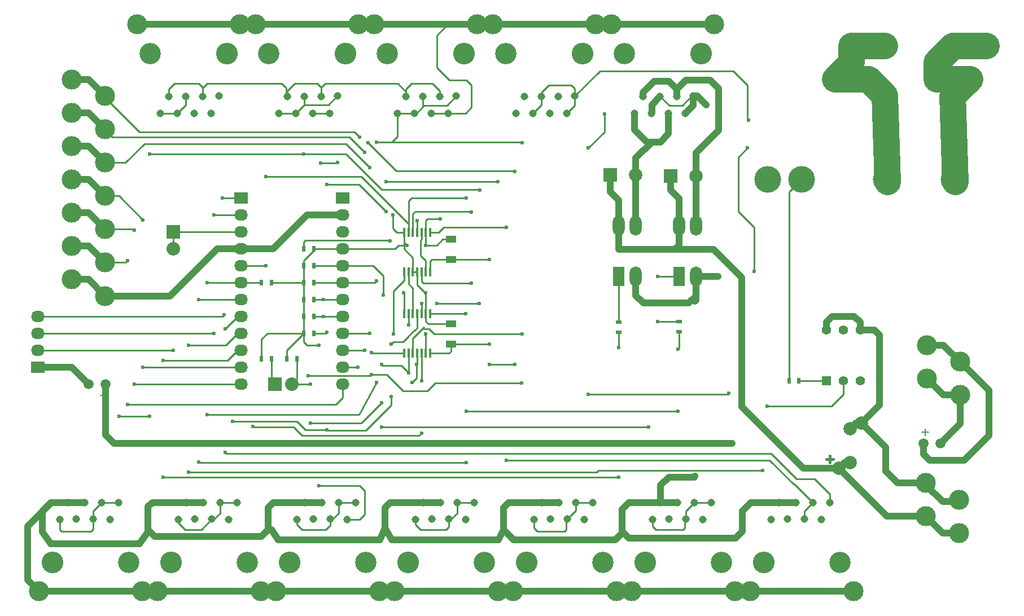
<source format=gbr>
G04 #@! TF.FileFunction,Copper,L1,Top,Signal*
%FSLAX46Y46*%
G04 Gerber Fmt 4.6, Leading zero omitted, Abs format (unit mm)*
G04 Created by KiCad (PCBNEW (2015-05-13 BZR 5653)-product) date Sun 07 Jun 2015 11:31:40 AM CEST*
%MOMM*%
G01*
G04 APERTURE LIST*
%ADD10C,0.100000*%
%ADD11C,0.150000*%
%ADD12C,0.381000*%
%ADD13C,3.000000*%
%ADD14R,2.032000X2.032000*%
%ADD15O,2.032000X2.032000*%
%ADD16R,2.032000X1.727200*%
%ADD17O,2.032000X1.727200*%
%ADD18C,3.251200*%
%ADD19C,3.200400*%
%ADD20C,1.143000*%
%ADD21C,1.501140*%
%ADD22C,1.998980*%
%ADD23R,1.600000X1.000000*%
%ADD24R,1.998980X1.998980*%
%ADD25R,0.450000X1.450000*%
%ADD26R,1.397000X1.397000*%
%ADD27C,1.397000*%
%ADD28R,0.500000X0.900000*%
%ADD29R,0.900000X0.500000*%
%ADD30R,1.800000X3.000000*%
%ADD31O,1.800000X3.000000*%
%ADD32C,4.000000*%
%ADD33C,0.600000*%
%ADD34C,1.000000*%
%ADD35C,0.250000*%
%ADD36C,4.000000*%
G04 APERTURE END LIST*
D10*
D11*
X124190760Y-85519260D02*
X123690380Y-85519260D01*
X124190760Y-85519260D02*
X124190760Y-86019640D01*
X124691140Y-85519260D02*
X124190760Y-85519260D01*
X124190760Y-85519260D02*
X124190760Y-85120480D01*
X124190760Y-85120480D02*
X124190760Y-85018880D01*
X247411240Y-91010740D02*
X247911620Y-91010740D01*
X247411240Y-91010740D02*
X247411240Y-90510360D01*
X246910860Y-91010740D02*
X247411240Y-91010740D01*
X247411240Y-91010740D02*
X247411240Y-91409520D01*
X247411240Y-91409520D02*
X247411240Y-91511120D01*
D12*
X232537000Y-95123000D02*
X233553000Y-95123000D01*
X233045000Y-95631000D02*
X233045000Y-94615000D01*
D13*
X247474740Y-98672640D03*
X252476000Y-101172000D03*
X252476000Y-106172000D03*
X247474740Y-103672640D03*
D14*
X149860000Y-83820000D03*
D15*
X152400000Y-83820000D03*
D16*
X160020000Y-55880000D03*
D17*
X160020000Y-58420000D03*
X160020000Y-60960000D03*
X160020000Y-63500000D03*
X160020000Y-66040000D03*
X160020000Y-68580000D03*
X160020000Y-71120000D03*
X160020000Y-73660000D03*
X160020000Y-76200000D03*
X160020000Y-78740000D03*
X160020000Y-81280000D03*
X160020000Y-83820000D03*
D16*
X144780000Y-55880000D03*
D17*
X144780000Y-58420000D03*
X144780000Y-60960000D03*
X144780000Y-63500000D03*
X144780000Y-66040000D03*
X144780000Y-68580000D03*
X144780000Y-71120000D03*
X144780000Y-73660000D03*
X144780000Y-76200000D03*
X144780000Y-78740000D03*
X144780000Y-81280000D03*
X144780000Y-83820000D03*
D18*
X213741000Y-34188400D03*
D19*
X202285600Y-34188400D03*
D20*
X205079600Y-40640000D03*
X207619600Y-40665400D03*
X210134200Y-40665400D03*
X212608160Y-40622220D03*
X203809600Y-43180000D03*
X206349600Y-43180000D03*
X208864200Y-43180000D03*
X211429600Y-43180000D03*
D13*
X215741000Y-29840000D03*
X200280000Y-29840000D03*
D14*
X134620000Y-60960000D03*
D15*
X134620000Y-63500000D03*
D21*
X121920000Y-83820000D03*
X124460000Y-83820000D03*
X249682000Y-92710000D03*
X247142000Y-92710000D03*
D22*
X237792260Y-89689940D03*
X234393740Y-96492060D03*
X236093000Y-90551000D03*
X236093000Y-95631000D03*
D23*
X176276000Y-62127000D03*
X176276000Y-65127000D03*
X176276000Y-74827000D03*
X176276000Y-77827000D03*
D18*
X142621000Y-34188400D03*
D19*
X131165600Y-34188400D03*
D20*
X133959600Y-40640000D03*
X136499600Y-40665400D03*
X139014200Y-40665400D03*
X141488160Y-40622220D03*
X132689600Y-43180000D03*
X135229600Y-43180000D03*
X137744200Y-43180000D03*
X140309600Y-43180000D03*
D13*
X144621000Y-29840000D03*
X129160000Y-29840000D03*
D22*
X212979000Y-52578000D03*
D24*
X209169000Y-52578000D03*
D22*
X203962000Y-52451000D03*
D24*
X200152000Y-52451000D03*
D18*
X116459000Y-110591600D03*
D19*
X127914400Y-110591600D03*
D20*
X125120400Y-104140000D03*
X122580400Y-104114600D03*
X120065800Y-104114600D03*
X117591840Y-104157780D03*
X126390400Y-101600000D03*
X123850400Y-101600000D03*
X121335800Y-101600000D03*
X118770400Y-101600000D03*
D13*
X114459000Y-114940000D03*
X129920000Y-114940000D03*
D18*
X134239000Y-110591600D03*
D19*
X145694400Y-110591600D03*
D20*
X142900400Y-104140000D03*
X140360400Y-104114600D03*
X137845800Y-104114600D03*
X135371840Y-104157780D03*
X144170400Y-101600000D03*
X141630400Y-101600000D03*
X139115800Y-101600000D03*
X136550400Y-101600000D03*
D13*
X132239000Y-114940000D03*
X147700000Y-114940000D03*
D18*
X195961000Y-34188400D03*
D19*
X184505600Y-34188400D03*
D20*
X187299600Y-40640000D03*
X189839600Y-40665400D03*
X192354200Y-40665400D03*
X194828160Y-40622220D03*
X186029600Y-43180000D03*
X188569600Y-43180000D03*
X191084200Y-43180000D03*
X193649600Y-43180000D03*
D13*
X197961000Y-29840000D03*
X182500000Y-29840000D03*
D25*
X169246000Y-79150000D03*
X169896000Y-79150000D03*
X170546000Y-79150000D03*
X171196000Y-79150000D03*
X171846000Y-79150000D03*
X172496000Y-79150000D03*
X173146000Y-79150000D03*
X173146000Y-73250000D03*
X172496000Y-73250000D03*
X171846000Y-73250000D03*
X171196000Y-73250000D03*
X170546000Y-73250000D03*
X169896000Y-73250000D03*
X169246000Y-73250000D03*
X169246000Y-66958000D03*
X169896000Y-66958000D03*
X170546000Y-66958000D03*
X171196000Y-66958000D03*
X171846000Y-66958000D03*
X172496000Y-66958000D03*
X173146000Y-66958000D03*
X173146000Y-61058000D03*
X172496000Y-61058000D03*
X171846000Y-61058000D03*
X171196000Y-61058000D03*
X170546000Y-61058000D03*
X169896000Y-61058000D03*
X169246000Y-61058000D03*
D18*
X223139000Y-110591600D03*
D19*
X234594400Y-110591600D03*
D20*
X231800400Y-104140000D03*
X229260400Y-104114600D03*
X226745800Y-104114600D03*
X224271840Y-104157780D03*
X233070400Y-101600000D03*
X230530400Y-101600000D03*
X228015800Y-101600000D03*
X225450400Y-101600000D03*
D13*
X221139000Y-114940000D03*
X236600000Y-114940000D03*
X249040640Y-38021260D03*
X251540000Y-33020000D03*
X256540000Y-33020000D03*
X254040640Y-38021260D03*
X233800640Y-38021260D03*
X236300000Y-33020000D03*
X241300000Y-33020000D03*
X238800640Y-38021260D03*
X247601740Y-77971640D03*
X252603000Y-80471000D03*
X252603000Y-85471000D03*
X247601740Y-82971640D03*
D26*
X232537000Y-83312000D03*
D27*
X235077000Y-83312000D03*
X237617000Y-83312000D03*
X237617000Y-75692000D03*
X235077000Y-75692000D03*
X232537000Y-75692000D03*
D28*
X154190000Y-73660000D03*
X155690000Y-73660000D03*
X154190000Y-71120000D03*
X155690000Y-71120000D03*
X154190000Y-68580000D03*
X155690000Y-68580000D03*
X155690000Y-66040000D03*
X154190000Y-66040000D03*
X147840000Y-80010000D03*
X149340000Y-80010000D03*
X151650000Y-80010000D03*
X153150000Y-80010000D03*
X149340000Y-68580000D03*
X147840000Y-68580000D03*
X154190000Y-76200000D03*
X155690000Y-76200000D03*
X155690000Y-63500000D03*
X154190000Y-63500000D03*
D29*
X210439000Y-74434000D03*
X210439000Y-75934000D03*
X201422000Y-74561000D03*
X201422000Y-76061000D03*
D28*
X226961000Y-83312000D03*
X228461000Y-83312000D03*
D16*
X114300000Y-81280000D03*
D17*
X114300000Y-78740000D03*
X114300000Y-76200000D03*
X114300000Y-73660000D03*
D13*
X119380000Y-68100000D03*
X124381260Y-70599360D03*
X124381260Y-65599360D03*
X119380000Y-63100000D03*
X119380000Y-58100000D03*
X124381260Y-60599360D03*
X124381260Y-55599360D03*
X119380000Y-53100000D03*
X119380000Y-48100000D03*
X124381260Y-50599360D03*
X124381260Y-45599360D03*
X119380000Y-43100000D03*
X119380000Y-38100000D03*
X124381260Y-40599360D03*
D18*
X152019000Y-110591600D03*
D19*
X163474400Y-110591600D03*
D20*
X160680400Y-104140000D03*
X158140400Y-104114600D03*
X155625800Y-104114600D03*
X153151840Y-104157780D03*
X161950400Y-101600000D03*
X159410400Y-101600000D03*
X156895800Y-101600000D03*
X154330400Y-101600000D03*
D13*
X150019000Y-114940000D03*
X165480000Y-114940000D03*
D18*
X169799000Y-110591600D03*
D19*
X181254400Y-110591600D03*
D20*
X178460400Y-104140000D03*
X175920400Y-104114600D03*
X173405800Y-104114600D03*
X170931840Y-104157780D03*
X179730400Y-101600000D03*
X177190400Y-101600000D03*
X174675800Y-101600000D03*
X172110400Y-101600000D03*
D13*
X167799000Y-114940000D03*
X183260000Y-114940000D03*
D18*
X178181000Y-34188400D03*
D19*
X166725600Y-34188400D03*
D20*
X169519600Y-40640000D03*
X172059600Y-40665400D03*
X174574200Y-40665400D03*
X177048160Y-40622220D03*
X168249600Y-43180000D03*
X170789600Y-43180000D03*
X173304200Y-43180000D03*
X175869600Y-43180000D03*
D13*
X180181000Y-29840000D03*
X164720000Y-29840000D03*
D18*
X160401000Y-34188400D03*
D19*
X148945600Y-34188400D03*
D20*
X151739600Y-40640000D03*
X154279600Y-40665400D03*
X156794200Y-40665400D03*
X159268160Y-40622220D03*
X150469600Y-43180000D03*
X153009600Y-43180000D03*
X155524200Y-43180000D03*
X158089600Y-43180000D03*
D13*
X162401000Y-29840000D03*
X146940000Y-29840000D03*
D18*
X187579000Y-110591600D03*
D19*
X199034400Y-110591600D03*
D20*
X196240400Y-104140000D03*
X193700400Y-104114600D03*
X191185800Y-104114600D03*
X188711840Y-104157780D03*
X197510400Y-101600000D03*
X194970400Y-101600000D03*
X192455800Y-101600000D03*
X189890400Y-101600000D03*
D13*
X185579000Y-114940000D03*
X201040000Y-114940000D03*
D18*
X205359000Y-110591600D03*
D19*
X216814400Y-110591600D03*
D20*
X214020400Y-104140000D03*
X211480400Y-104114600D03*
X208965800Y-104114600D03*
X206491840Y-104157780D03*
X215290400Y-101600000D03*
X212750400Y-101600000D03*
X210235800Y-101600000D03*
X207670400Y-101600000D03*
D13*
X203359000Y-114940000D03*
X218820000Y-114940000D03*
D30*
X210439000Y-67691000D03*
D31*
X212979000Y-67691000D03*
X212979000Y-60071000D03*
X210439000Y-60071000D03*
D30*
X201422000Y-67691000D03*
D31*
X203962000Y-67691000D03*
X203962000Y-60071000D03*
X201422000Y-60071000D03*
D32*
X251714000Y-53086000D03*
X241554000Y-53086000D03*
X228854000Y-53086000D03*
X223774000Y-53086000D03*
D33*
X212852000Y-97663000D03*
X212852000Y-71374000D03*
X162401000Y-29840000D03*
X181991000Y-77851000D03*
X181991000Y-65151000D03*
X216281000Y-67691000D03*
X214503000Y-41910000D03*
X186817000Y-83693000D03*
X154813000Y-82550000D03*
X164338000Y-82423000D03*
X164338000Y-79121000D03*
X165862000Y-90297000D03*
X205867000Y-90297000D03*
X155194000Y-83820000D03*
X155194000Y-89662000D03*
X165862000Y-86614000D03*
X169926000Y-74930000D03*
X207264000Y-74422000D03*
X207264000Y-67691000D03*
X156464000Y-99060000D03*
X156464000Y-77978000D03*
X167513000Y-58420000D03*
X169672000Y-62992000D03*
X172466000Y-62992000D03*
X172466000Y-70104000D03*
X169164000Y-70104000D03*
X174625000Y-59055000D03*
X165862000Y-80899000D03*
X166116000Y-70485000D03*
X157607000Y-53848000D03*
X169926000Y-82169000D03*
X183261000Y-53467000D03*
X166497000Y-53467000D03*
X166497000Y-57912000D03*
X186944000Y-47625000D03*
X186944000Y-76327000D03*
X165100000Y-68326000D03*
X165100000Y-47498000D03*
X170434000Y-83566000D03*
X156718000Y-50673000D03*
X159258000Y-50546000D03*
X163830000Y-47625000D03*
X185801000Y-51943000D03*
X185801000Y-80899000D03*
X181991000Y-80899000D03*
X171069000Y-80899000D03*
X157099000Y-71120000D03*
X171831000Y-91186000D03*
X171831000Y-83312000D03*
X146558000Y-90170000D03*
X157099000Y-73660000D03*
X164084000Y-76200000D03*
X164084000Y-51308000D03*
X163322000Y-78740000D03*
X163322000Y-49022000D03*
X162306000Y-81280000D03*
X162560000Y-46736000D03*
X127762000Y-86868000D03*
X127762000Y-65278000D03*
X141986000Y-55880000D03*
X142240000Y-73406000D03*
X140716000Y-58420000D03*
X140716000Y-76200000D03*
X134620000Y-78740000D03*
X148463000Y-66040000D03*
X148463000Y-52705000D03*
X178435000Y-73279000D03*
X178562000Y-55880000D03*
X139700000Y-88392000D03*
X165100000Y-83566000D03*
X171196000Y-59309000D03*
X139700000Y-68580000D03*
X210312000Y-78613000D03*
X210312000Y-87884000D03*
X178562000Y-87884000D03*
X178562000Y-95631000D03*
X138430000Y-95504000D03*
X138430000Y-71120000D03*
X142367000Y-75565000D03*
X142367000Y-94107000D03*
X223012000Y-96774000D03*
X136906000Y-97028000D03*
X136906000Y-77978000D03*
X133096000Y-80264000D03*
X133096000Y-97790000D03*
X201422000Y-97790000D03*
X201422000Y-78359000D03*
X130048000Y-81280000D03*
X130048000Y-59182000D03*
X128778000Y-83820000D03*
X128778000Y-60706000D03*
X218440000Y-92710000D03*
X220853000Y-44196000D03*
X220726000Y-48387000D03*
X221742000Y-66929000D03*
X167132000Y-62357000D03*
X180594000Y-54737000D03*
X180467000Y-71755000D03*
X174117000Y-71755000D03*
X171831000Y-71755000D03*
X154178000Y-49276000D03*
X131064000Y-49276000D03*
X131064000Y-88646000D03*
X126492000Y-88646000D03*
X143510000Y-89408000D03*
X167259000Y-77851000D03*
X167259000Y-85725000D03*
X157607000Y-90678000D03*
X157607000Y-76073000D03*
X199263000Y-43307000D03*
X196850000Y-48387000D03*
X196850000Y-85344000D03*
X217932000Y-85217000D03*
X223647000Y-87122000D03*
X172466000Y-76327000D03*
X167640000Y-76327000D03*
X179324000Y-58039000D03*
X179324000Y-68707000D03*
X184531000Y-95250000D03*
X184531000Y-60325000D03*
D34*
X212852000Y-97663000D02*
X212725000Y-97790000D01*
X212725000Y-97790000D02*
X208915000Y-97790000D01*
X208915000Y-97790000D02*
X207670400Y-99034600D01*
X207670400Y-99034600D02*
X207670400Y-101600000D01*
X212979000Y-71247000D02*
X212852000Y-71374000D01*
X212979000Y-67691000D02*
X212979000Y-71247000D01*
X225450400Y-101600000D02*
X228015800Y-101600000D01*
X201930000Y-106172000D02*
X202184000Y-106172000D01*
X221234000Y-101600000D02*
X225450400Y-101600000D01*
X219964000Y-102870000D02*
X221234000Y-101600000D01*
X219964000Y-105918000D02*
X219964000Y-102870000D01*
X218948000Y-106934000D02*
X219964000Y-105918000D01*
X202946000Y-106934000D02*
X218948000Y-106934000D01*
X202184000Y-106172000D02*
X202946000Y-106934000D01*
X189890400Y-101600000D02*
X192455800Y-101600000D01*
X207670400Y-101600000D02*
X210235800Y-101600000D01*
X184150000Y-105664000D02*
X185674000Y-107188000D01*
X202946000Y-101600000D02*
X207670400Y-101600000D01*
X201930000Y-102616000D02*
X202946000Y-101600000D01*
X201930000Y-106172000D02*
X201930000Y-102616000D01*
X200914000Y-107188000D02*
X201930000Y-106172000D01*
X185674000Y-107188000D02*
X200914000Y-107188000D01*
D35*
X221139000Y-113697000D02*
X221139000Y-114940000D01*
D34*
X221139000Y-114940000D02*
X236600000Y-114940000D01*
X146940000Y-29840000D02*
X144621000Y-29840000D01*
X164720000Y-29840000D02*
X162401000Y-29840000D01*
X144621000Y-29840000D02*
X129160000Y-29840000D01*
X162401000Y-29840000D02*
X146940000Y-29840000D01*
D35*
X162401000Y-29840000D02*
X164720000Y-29840000D01*
X155524200Y-43180000D02*
X158089600Y-43180000D01*
X176276000Y-65127000D02*
X181967000Y-65127000D01*
X181967000Y-77827000D02*
X176276000Y-77827000D01*
X181991000Y-77851000D02*
X181967000Y-77827000D01*
X181967000Y-65127000D02*
X181991000Y-65151000D01*
X173146000Y-79150000D02*
X175993000Y-79150000D01*
X175993000Y-79150000D02*
X176276000Y-78867000D01*
X176276000Y-78867000D02*
X176276000Y-77827000D01*
X176276000Y-65127000D02*
X173379000Y-65127000D01*
X173146000Y-65360000D02*
X173146000Y-66958000D01*
X173379000Y-65127000D02*
X173146000Y-65360000D01*
D34*
X165480000Y-114940000D02*
X167799000Y-114940000D01*
D35*
X154178000Y-101447600D02*
X154330400Y-101600000D01*
X180181000Y-29840000D02*
X175773000Y-29840000D01*
X175773000Y-29840000D02*
X174117000Y-31496000D01*
X174117000Y-31496000D02*
X174117000Y-36322000D01*
X174117000Y-36322000D02*
X176022000Y-38227000D01*
X176022000Y-38227000D02*
X178562000Y-38227000D01*
X178562000Y-38227000D02*
X179324000Y-38989000D01*
X179324000Y-38989000D02*
X179324000Y-42291000D01*
X179324000Y-42291000D02*
X178435000Y-43180000D01*
X178435000Y-43180000D02*
X175869600Y-43180000D01*
X173304200Y-43180000D02*
X175869600Y-43180000D01*
D34*
X180181000Y-29840000D02*
X164720000Y-29840000D01*
X150019000Y-114940000D02*
X165480000Y-114940000D01*
X167799000Y-114940000D02*
X183260000Y-114940000D01*
D35*
X172085000Y-101574600D02*
X172110400Y-101600000D01*
D34*
X180181000Y-29840000D02*
X182500000Y-29840000D01*
X183260000Y-114940000D02*
X185579000Y-114940000D01*
X182500000Y-29840000D02*
X197961000Y-29840000D01*
X124381260Y-70599360D02*
X134124640Y-70599360D01*
X141224000Y-63500000D02*
X144780000Y-63500000D01*
X134124640Y-70599360D02*
X141224000Y-63500000D01*
X144780000Y-63500000D02*
X149606000Y-63500000D01*
X149606000Y-63500000D02*
X154686000Y-58420000D01*
X154686000Y-58420000D02*
X160020000Y-58420000D01*
X247474740Y-98672640D02*
X243198640Y-98672640D01*
X241427000Y-93324680D02*
X237792260Y-89689940D01*
X241427000Y-96901000D02*
X241427000Y-93324680D01*
X243198640Y-98672640D02*
X241427000Y-96901000D01*
X212979000Y-67691000D02*
X216281000Y-67691000D01*
X114300000Y-81280000D02*
X119380000Y-81280000D01*
X119380000Y-81280000D02*
X121920000Y-83820000D01*
X119380000Y-68100000D02*
X121881900Y-68100000D01*
X121881900Y-68100000D02*
X124381260Y-70599360D01*
D35*
X203359000Y-113824000D02*
X203359000Y-114940000D01*
D34*
X218820000Y-114940000D02*
X221139000Y-114940000D01*
X201040000Y-114940000D02*
X203359000Y-114940000D01*
X203359000Y-114940000D02*
X218820000Y-114940000D01*
X147700000Y-114940000D02*
X150019000Y-114940000D01*
X129920000Y-114940000D02*
X132239000Y-114940000D01*
X114459000Y-114940000D02*
X129920000Y-114940000D01*
X132239000Y-114940000D02*
X147700000Y-114940000D01*
X185579000Y-114940000D02*
X201040000Y-114940000D01*
D35*
X136398000Y-101447600D02*
X136550400Y-101600000D01*
X189992000Y-101498400D02*
X189890400Y-101600000D01*
D34*
X236954060Y-89689940D02*
X236093000Y-90551000D01*
X237792260Y-89689940D02*
X236954060Y-89689940D01*
X206375000Y-43154600D02*
X206349600Y-43180000D01*
X206375000Y-41910000D02*
X206375000Y-43154600D01*
X207619600Y-40665400D02*
X206375000Y-41910000D01*
X212608160Y-42001440D02*
X211429600Y-43180000D01*
X212608160Y-40622220D02*
X212608160Y-42001440D01*
D35*
X210947000Y-42037000D02*
X208991200Y-42037000D01*
X208991200Y-42037000D02*
X207619600Y-40665400D01*
X212361780Y-40622220D02*
X210947000Y-42037000D01*
X212608160Y-40622220D02*
X212361780Y-40622220D01*
D34*
X213215220Y-40622220D02*
X214503000Y-41910000D01*
X212608160Y-40622220D02*
X213215220Y-40622220D01*
X239725200Y-75692000D02*
X240538000Y-76504800D01*
X240538000Y-76504800D02*
X240538000Y-86944200D01*
X240538000Y-86944200D02*
X237792260Y-89689940D01*
X237617000Y-75692000D02*
X239725200Y-75692000D01*
X237617000Y-74549000D02*
X236728000Y-73660000D01*
X236728000Y-73660000D02*
X233426000Y-73660000D01*
X233426000Y-73660000D02*
X232537000Y-74549000D01*
X232537000Y-74549000D02*
X232537000Y-75692000D01*
X237617000Y-75692000D02*
X237617000Y-74549000D01*
X212979000Y-70637400D02*
X211937600Y-71678800D01*
X211937600Y-71678800D02*
X205130400Y-71678800D01*
X205130400Y-71678800D02*
X203962000Y-70510400D01*
X203962000Y-70510400D02*
X203962000Y-67691000D01*
X212979000Y-67691000D02*
X212979000Y-70637400D01*
X200280000Y-29840000D02*
X215741000Y-29840000D01*
X197961000Y-29840000D02*
X200280000Y-29840000D01*
X249974100Y-101473000D02*
X247474740Y-98973640D01*
X252476000Y-101473000D02*
X249974100Y-101473000D01*
X116205000Y-101600000D02*
X114935000Y-102870000D01*
X114935000Y-102870000D02*
X114935000Y-106045000D01*
X114935000Y-106045000D02*
X116205000Y-107823000D01*
X116205000Y-107823000D02*
X129540000Y-107823000D01*
X129540000Y-107823000D02*
X130810000Y-106045000D01*
X130810000Y-105918000D02*
X130810000Y-102235000D01*
X130810000Y-106045000D02*
X130810000Y-105918000D01*
X130810000Y-102235000D02*
X131445000Y-101600000D01*
X131445000Y-101600000D02*
X136550400Y-101600000D01*
X118770400Y-101600000D02*
X116205000Y-101600000D01*
X131064000Y-105918000D02*
X131826000Y-106680000D01*
X131826000Y-106680000D02*
X147828000Y-106680000D01*
X147828000Y-106680000D02*
X148844000Y-105664000D01*
X148844000Y-105664000D02*
X148844000Y-102362000D01*
X148844000Y-102362000D02*
X149606000Y-101600000D01*
X149606000Y-101600000D02*
X154330400Y-101600000D01*
X130810000Y-105918000D02*
X131064000Y-105918000D01*
X149352000Y-105664000D02*
X150368000Y-107188000D01*
X150368000Y-107188000D02*
X165608000Y-107188000D01*
X165608000Y-107188000D02*
X166370000Y-105410000D01*
X166370000Y-105410000D02*
X166370000Y-102362000D01*
X166370000Y-102362000D02*
X167132000Y-101600000D01*
X167132000Y-101600000D02*
X172110400Y-101600000D01*
X148844000Y-105664000D02*
X149352000Y-105664000D01*
X167386000Y-107188000D02*
X183388000Y-107188000D01*
X183388000Y-107188000D02*
X184150000Y-105664000D01*
X184150000Y-105664000D02*
X184150000Y-102362000D01*
X184150000Y-102362000D02*
X184912000Y-101600000D01*
X184912000Y-101600000D02*
X189890400Y-101600000D01*
X166370000Y-105410000D02*
X167386000Y-107188000D01*
X116332000Y-101600000D02*
X112776000Y-105156000D01*
X112776000Y-105156000D02*
X112776000Y-113257000D01*
X112776000Y-113257000D02*
X114459000Y-114940000D01*
X118770400Y-101600000D02*
X116332000Y-101600000D01*
X118770400Y-101600000D02*
X121335800Y-101600000D01*
X154330400Y-101600000D02*
X156895800Y-101600000D01*
X172110400Y-101600000D02*
X174675800Y-101600000D01*
X136550400Y-101600000D02*
X139115800Y-101600000D01*
X252476000Y-106172000D02*
X249974100Y-106172000D01*
X249974100Y-106172000D02*
X247474740Y-103672640D01*
X234393740Y-96492060D02*
X234414060Y-96492060D01*
X234414060Y-96492060D02*
X241594640Y-103672640D01*
X241594640Y-103672640D02*
X247474740Y-103672640D01*
X235254800Y-95631000D02*
X234393740Y-96492060D01*
X236093000Y-95631000D02*
X235254800Y-95631000D01*
X229080060Y-96492060D02*
X219837000Y-87249000D01*
X219837000Y-87249000D02*
X219837000Y-67818000D01*
X219837000Y-67818000D02*
X215646000Y-63627000D01*
X209804000Y-63627000D02*
X201422000Y-63627000D01*
X215646000Y-63627000D02*
X209804000Y-63627000D01*
X201422000Y-63627000D02*
X201422000Y-60071000D01*
X234393740Y-96492060D02*
X229080060Y-96492060D01*
X210439000Y-62992000D02*
X209804000Y-63627000D01*
X210439000Y-60071000D02*
X210439000Y-62992000D01*
X200152000Y-54991000D02*
X201422000Y-56261000D01*
X201422000Y-56261000D02*
X201422000Y-60071000D01*
X200152000Y-52451000D02*
X200152000Y-54991000D01*
X209169000Y-54737000D02*
X210439000Y-56007000D01*
X210439000Y-56007000D02*
X210439000Y-60071000D01*
X209169000Y-52578000D02*
X209169000Y-54737000D01*
D35*
X188711840Y-104157780D02*
X188711840Y-105399840D01*
X193548000Y-105664000D02*
X193548000Y-104267000D01*
X193294000Y-105918000D02*
X193548000Y-105664000D01*
X189230000Y-105918000D02*
X193294000Y-105918000D01*
X188711840Y-105399840D02*
X189230000Y-105918000D01*
X193548000Y-104267000D02*
X193700400Y-104114600D01*
X166624000Y-82423000D02*
X164338000Y-82423000D01*
X169037000Y-84836000D02*
X166624000Y-82423000D01*
X172720000Y-84836000D02*
X169037000Y-84836000D01*
X173863000Y-83693000D02*
X172720000Y-84836000D01*
X186817000Y-83693000D02*
X173863000Y-83693000D01*
X169246000Y-79150000D02*
X164367000Y-79150000D01*
X164211000Y-82550000D02*
X154813000Y-82550000D01*
X164338000Y-82423000D02*
X164211000Y-82550000D01*
X164367000Y-79150000D02*
X164338000Y-79121000D01*
X149340000Y-80010000D02*
X149340000Y-83300000D01*
X149340000Y-83300000D02*
X149860000Y-83820000D01*
X188711840Y-104157780D02*
X188711840Y-104129840D01*
X197510400Y-101600000D02*
X194970400Y-101600000D01*
X194970400Y-102844600D02*
X193700400Y-104114600D01*
X194970400Y-101600000D02*
X194970400Y-102844600D01*
X206491840Y-104157780D02*
X206491840Y-105145840D01*
X211328000Y-105410000D02*
X211328000Y-104267000D01*
X211074000Y-105664000D02*
X211328000Y-105410000D01*
X210820000Y-105664000D02*
X211074000Y-105664000D01*
X207010000Y-105664000D02*
X210820000Y-105664000D01*
X206491840Y-105145840D02*
X207010000Y-105664000D01*
X211328000Y-104267000D02*
X211480400Y-104114600D01*
X205867000Y-90297000D02*
X165862000Y-90297000D01*
X169896000Y-73250000D02*
X169896000Y-74900000D01*
X155194000Y-83820000D02*
X152400000Y-83820000D01*
X162814000Y-89662000D02*
X155194000Y-89662000D01*
X165862000Y-86614000D02*
X162814000Y-89662000D01*
X169896000Y-74900000D02*
X169926000Y-74930000D01*
X153150000Y-80010000D02*
X153150000Y-83070000D01*
X153150000Y-83070000D02*
X152400000Y-83820000D01*
X215290400Y-101600000D02*
X212750400Y-101600000D01*
X212750400Y-101600000D02*
X211480400Y-102870000D01*
X211480400Y-102870000D02*
X211480400Y-104114600D01*
X210439000Y-67691000D02*
X207264000Y-67691000D01*
X207276000Y-74434000D02*
X210439000Y-74434000D01*
X207264000Y-74422000D02*
X207276000Y-74434000D01*
D34*
X212979000Y-52578000D02*
X212979000Y-60071000D01*
X210134200Y-39547800D02*
X211455000Y-38227000D01*
X211455000Y-38227000D02*
X215138000Y-38227000D01*
X215138000Y-38227000D02*
X216408000Y-39497000D01*
X216408000Y-39497000D02*
X216408000Y-45720000D01*
X216408000Y-45720000D02*
X212979000Y-49149000D01*
X212979000Y-49149000D02*
X212979000Y-52578000D01*
X210134200Y-40665400D02*
X210134200Y-39547800D01*
X210134200Y-39547800D02*
X210134200Y-40665400D01*
X205079600Y-40030400D02*
X206756000Y-38354000D01*
X206756000Y-38354000D02*
X208940400Y-38354000D01*
X208940400Y-38354000D02*
X210134200Y-39547800D01*
X205079600Y-40640000D02*
X205079600Y-40030400D01*
D35*
X154190000Y-76200000D02*
X154190000Y-77482000D01*
X162560000Y-104140000D02*
X160680400Y-104140000D01*
X163322000Y-103378000D02*
X162560000Y-104140000D01*
X163322000Y-99822000D02*
X163322000Y-103378000D01*
X162560000Y-99060000D02*
X163322000Y-99822000D01*
X156464000Y-99060000D02*
X162560000Y-99060000D01*
X154686000Y-77978000D02*
X156464000Y-77978000D01*
X154190000Y-77482000D02*
X154686000Y-77978000D01*
X151650000Y-80010000D02*
X151650000Y-78740000D01*
X151650000Y-78740000D02*
X154190000Y-76200000D01*
X154190000Y-76200000D02*
X148717000Y-76200000D01*
X147840000Y-77077000D02*
X147840000Y-80010000D01*
X148717000Y-76200000D02*
X147840000Y-77077000D01*
X154190000Y-73660000D02*
X154190000Y-76200000D01*
X154190000Y-71120000D02*
X154190000Y-73660000D01*
X154190000Y-68580000D02*
X154190000Y-71120000D01*
X154190000Y-66040000D02*
X154190000Y-68580000D01*
X155690000Y-63500000D02*
X155690000Y-63766000D01*
X155690000Y-63766000D02*
X154190000Y-65266000D01*
X154190000Y-65266000D02*
X154190000Y-66040000D01*
X160020000Y-63500000D02*
X155690000Y-63500000D01*
X169246000Y-61058000D02*
X168119000Y-61058000D01*
X167513000Y-60452000D02*
X167513000Y-58420000D01*
X168119000Y-61058000D02*
X167513000Y-60452000D01*
X160020000Y-63500000D02*
X167894000Y-63500000D01*
X168402000Y-62992000D02*
X169672000Y-62992000D01*
X167894000Y-63500000D02*
X168402000Y-62992000D01*
X176276000Y-62127000D02*
X174982000Y-62127000D01*
X174117000Y-62992000D02*
X172466000Y-62992000D01*
X174982000Y-62127000D02*
X174117000Y-62992000D01*
X172496000Y-61058000D02*
X172496000Y-62962000D01*
X169246000Y-62566000D02*
X169246000Y-61058000D01*
X169672000Y-62992000D02*
X169246000Y-62566000D01*
X172496000Y-62962000D02*
X172466000Y-62992000D01*
X169246000Y-61058000D02*
X169246000Y-63545000D01*
X170546000Y-64845000D02*
X170546000Y-66958000D01*
X169246000Y-63545000D02*
X170546000Y-64845000D01*
X172496000Y-73250000D02*
X172496000Y-74452000D01*
X172871000Y-74827000D02*
X176276000Y-74827000D01*
X172496000Y-74452000D02*
X172871000Y-74827000D01*
X171196000Y-66958000D02*
X171196000Y-68961000D01*
X172339000Y-70104000D02*
X172466000Y-70104000D01*
X171196000Y-68961000D02*
X172339000Y-70104000D01*
X169246000Y-73250000D02*
X169246000Y-70186000D01*
X172496000Y-70134000D02*
X172496000Y-73250000D01*
X172466000Y-70104000D02*
X172496000Y-70134000D01*
X169246000Y-70186000D02*
X169164000Y-70104000D01*
X151650000Y-80010000D02*
X151650000Y-79768000D01*
X155690000Y-63500000D02*
X155690000Y-63893000D01*
X172496000Y-59279000D02*
X172496000Y-61058000D01*
X172720000Y-59055000D02*
X172496000Y-59279000D01*
X174625000Y-59055000D02*
X172720000Y-59055000D01*
X171196000Y-66958000D02*
X170546000Y-66958000D01*
X149340000Y-68580000D02*
X154190000Y-68580000D01*
X226695000Y-104165400D02*
X226745800Y-104114600D01*
X139014200Y-40665400D02*
X139014200Y-39420800D01*
X151511000Y-39370000D02*
X151511000Y-40411400D01*
X150876000Y-38735000D02*
X151511000Y-39370000D01*
X139700000Y-38735000D02*
X150876000Y-38735000D01*
X139014200Y-39420800D02*
X139700000Y-38735000D01*
X151511000Y-40411400D02*
X151739600Y-40640000D01*
X133959600Y-40640000D02*
X133959600Y-39522400D01*
X139014200Y-39319200D02*
X139014200Y-40665400D01*
X138430000Y-38735000D02*
X139014200Y-39319200D01*
X134747000Y-38735000D02*
X138430000Y-38735000D01*
X133959600Y-39522400D02*
X134747000Y-38735000D01*
X169519600Y-40640000D02*
X169519600Y-39979600D01*
X156794200Y-39293800D02*
X156794200Y-40665400D01*
X157353000Y-38735000D02*
X156794200Y-39293800D01*
X168275000Y-38735000D02*
X157353000Y-38735000D01*
X169519600Y-39979600D02*
X168275000Y-38735000D01*
X169519600Y-40640000D02*
X169519600Y-39522400D01*
X174574200Y-39827200D02*
X174574200Y-40665400D01*
X173482000Y-38735000D02*
X174574200Y-39827200D01*
X170307000Y-38735000D02*
X173482000Y-38735000D01*
X169519600Y-39522400D02*
X170307000Y-38735000D01*
X151739600Y-40640000D02*
X151739600Y-39776400D01*
X156794200Y-39319200D02*
X156794200Y-40665400D01*
X156210000Y-38735000D02*
X156794200Y-39319200D01*
X152781000Y-38735000D02*
X156210000Y-38735000D01*
X151739600Y-39776400D02*
X152781000Y-38735000D01*
X125120400Y-104140000D02*
X125120400Y-104622600D01*
X155702000Y-104190800D02*
X155625800Y-104114600D01*
X173482000Y-104190800D02*
X173405800Y-104114600D01*
X196088000Y-104292400D02*
X196240400Y-104140000D01*
X155321000Y-104419400D02*
X155625800Y-104114600D01*
X160020000Y-66040000D02*
X164592000Y-66040000D01*
X168783000Y-81026000D02*
X169926000Y-82169000D01*
X165989000Y-81026000D02*
X168783000Y-81026000D01*
X165862000Y-80899000D02*
X165989000Y-81026000D01*
X166116000Y-67564000D02*
X166116000Y-70485000D01*
X164592000Y-66040000D02*
X166116000Y-67564000D01*
X169896000Y-79150000D02*
X169896000Y-82139000D01*
X169896000Y-82139000D02*
X169926000Y-82169000D01*
X183261000Y-53467000D02*
X166497000Y-53467000D01*
X166497000Y-57912000D02*
X162433000Y-53848000D01*
X162433000Y-53848000D02*
X157607000Y-53848000D01*
X155690000Y-66040000D02*
X160020000Y-66040000D01*
X153009600Y-43180000D02*
X150469600Y-43180000D01*
X153009600Y-43180000D02*
X154279600Y-41910000D01*
X154279600Y-41910000D02*
X157861000Y-41910000D01*
X157861000Y-41910000D02*
X159148780Y-40622220D01*
X159148780Y-40622220D02*
X159268160Y-40622220D01*
X154279600Y-40665400D02*
X154279600Y-41910000D01*
X170546000Y-79150000D02*
X170546000Y-76977000D01*
X186817000Y-47498000D02*
X165100000Y-47498000D01*
X186944000Y-47625000D02*
X186817000Y-47498000D01*
X173736000Y-76327000D02*
X186944000Y-76327000D01*
X172974000Y-75565000D02*
X173736000Y-76327000D01*
X171958000Y-75565000D02*
X172974000Y-75565000D01*
X172212000Y-75311000D02*
X171958000Y-75565000D01*
X170546000Y-76977000D02*
X172212000Y-75311000D01*
X168249600Y-43180000D02*
X168249600Y-46634400D01*
X164846000Y-68580000D02*
X160020000Y-68580000D01*
X165100000Y-68326000D02*
X164846000Y-68580000D01*
X167386000Y-47498000D02*
X165100000Y-47498000D01*
X168249600Y-46634400D02*
X167386000Y-47498000D01*
X155690000Y-68580000D02*
X160020000Y-68580000D01*
X170789600Y-43180000D02*
X171069000Y-43180000D01*
X171069000Y-43180000D02*
X172212000Y-42037000D01*
X175633380Y-42037000D02*
X177048160Y-40622220D01*
X172212000Y-42037000D02*
X175633380Y-42037000D01*
X171069000Y-43180000D02*
X172059600Y-42189400D01*
X171069000Y-43180000D02*
X172059600Y-42189400D01*
X172059600Y-42189400D02*
X172059600Y-40665400D01*
X168249600Y-43180000D02*
X170789600Y-43180000D01*
X171069000Y-80899000D02*
X171069000Y-82931000D01*
X171069000Y-82931000D02*
X170434000Y-83566000D01*
X177190400Y-101600000D02*
X179730400Y-101600000D01*
X175920400Y-104114600D02*
X176301400Y-104114600D01*
X176301400Y-104114600D02*
X177190400Y-103225600D01*
X177190400Y-103225600D02*
X177190400Y-101600000D01*
X170931840Y-104157780D02*
X170931840Y-104891840D01*
X175920400Y-105257600D02*
X175920400Y-104114600D01*
X175514000Y-105664000D02*
X175920400Y-105257600D01*
X171704000Y-105664000D02*
X175514000Y-105664000D01*
X170931840Y-104891840D02*
X171704000Y-105664000D01*
X171196000Y-79150000D02*
X171196000Y-80772000D01*
X159131000Y-50673000D02*
X156718000Y-50673000D01*
X159258000Y-50546000D02*
X159131000Y-50673000D01*
X168021000Y-51816000D02*
X163830000Y-47625000D01*
X185674000Y-51816000D02*
X168021000Y-51816000D01*
X185801000Y-51943000D02*
X185674000Y-51816000D01*
X181991000Y-80899000D02*
X185801000Y-80899000D01*
X171196000Y-80772000D02*
X171069000Y-80899000D01*
X155690000Y-71120000D02*
X157099000Y-71120000D01*
X155690000Y-71120000D02*
X160020000Y-71120000D01*
X159410400Y-101600000D02*
X161950400Y-101600000D01*
X158140400Y-104114600D02*
X158521400Y-104114600D01*
X158521400Y-104114600D02*
X159410400Y-103225600D01*
X159410400Y-103225600D02*
X159410400Y-101600000D01*
X153151840Y-104157780D02*
X153151840Y-104891840D01*
X158140400Y-105003600D02*
X158140400Y-104114600D01*
X157480000Y-105664000D02*
X158140400Y-105003600D01*
X153924000Y-105664000D02*
X157480000Y-105664000D01*
X153151840Y-104891840D02*
X153924000Y-105664000D01*
X171846000Y-79150000D02*
X171846000Y-83297000D01*
X152654000Y-90297000D02*
X151257000Y-90297000D01*
X153924000Y-91567000D02*
X152654000Y-90297000D01*
X171450000Y-91567000D02*
X153924000Y-91567000D01*
X171831000Y-91186000D02*
X171450000Y-91567000D01*
X171846000Y-83297000D02*
X171831000Y-83312000D01*
X155690000Y-73660000D02*
X157099000Y-73660000D01*
X146685000Y-90297000D02*
X151257000Y-90297000D01*
X146558000Y-90170000D02*
X146685000Y-90297000D01*
X155690000Y-73660000D02*
X160020000Y-73660000D01*
X124381260Y-50599360D02*
X127454640Y-50599360D01*
X164084000Y-76200000D02*
X160020000Y-76200000D01*
X160528000Y-47752000D02*
X164084000Y-51308000D01*
X130302000Y-47752000D02*
X160528000Y-47752000D01*
X127454640Y-50599360D02*
X130302000Y-47752000D01*
D34*
X119380000Y-48100000D02*
X121881900Y-48100000D01*
X121881900Y-48100000D02*
X124381260Y-50599360D01*
D35*
X124381260Y-50599360D02*
X124381260Y-51356260D01*
X124381260Y-45599360D02*
X124381260Y-45641260D01*
X124381260Y-45641260D02*
X125476000Y-46736000D01*
X163322000Y-78740000D02*
X160020000Y-78740000D01*
X161036000Y-46736000D02*
X163322000Y-49022000D01*
X125476000Y-46736000D02*
X161036000Y-46736000D01*
D34*
X119380000Y-43100000D02*
X121881900Y-43100000D01*
X121881900Y-43100000D02*
X124381260Y-45599360D01*
D35*
X124381260Y-40599360D02*
X124381260Y-40815260D01*
X124381260Y-40815260D02*
X129540000Y-45974000D01*
X162306000Y-81280000D02*
X160020000Y-81280000D01*
X161798000Y-45974000D02*
X162560000Y-46736000D01*
X129540000Y-45974000D02*
X161798000Y-45974000D01*
D34*
X119380000Y-38100000D02*
X121881900Y-38100000D01*
X121881900Y-38100000D02*
X124381260Y-40599360D01*
D35*
X124381260Y-40599360D02*
X125435360Y-40599360D01*
X124381260Y-65599360D02*
X127440640Y-65599360D01*
X160020000Y-85852000D02*
X160020000Y-83820000D01*
X159004000Y-86868000D02*
X160020000Y-85852000D01*
X127762000Y-86868000D02*
X159004000Y-86868000D01*
X127440640Y-65599360D02*
X127762000Y-65278000D01*
X124381260Y-65599360D02*
X124381260Y-64975740D01*
D34*
X119380000Y-63100000D02*
X121881900Y-63100000D01*
X121881900Y-63100000D02*
X124381260Y-65599360D01*
D35*
X114300000Y-73660000D02*
X141986000Y-73660000D01*
X141986000Y-55880000D02*
X144780000Y-55880000D01*
X141986000Y-73660000D02*
X142240000Y-73406000D01*
X114300000Y-76200000D02*
X140716000Y-76200000D01*
X140716000Y-58420000D02*
X144780000Y-58420000D01*
X134620000Y-60960000D02*
X144780000Y-60960000D01*
X114300000Y-78740000D02*
X134620000Y-78740000D01*
X134620000Y-60960000D02*
X134620000Y-63500000D01*
X134620000Y-63500000D02*
X134646694Y-64374441D01*
X169896000Y-61058000D02*
X169896000Y-59787000D01*
X148463000Y-66040000D02*
X144780000Y-66040000D01*
X162814000Y-52705000D02*
X148463000Y-52705000D01*
X169896000Y-59787000D02*
X162814000Y-52705000D01*
X169896000Y-61058000D02*
X169896000Y-56291000D01*
X178406000Y-73250000D02*
X173146000Y-73250000D01*
X178435000Y-73279000D02*
X178406000Y-73250000D01*
X170307000Y-55880000D02*
X178562000Y-55880000D01*
X169896000Y-56291000D02*
X170307000Y-55880000D01*
X171196000Y-61058000D02*
X171196000Y-59309000D01*
X162433000Y-88392000D02*
X139700000Y-88392000D01*
X165100000Y-83566000D02*
X162433000Y-88392000D01*
X139700000Y-68580000D02*
X144780000Y-68580000D01*
X144780000Y-68580000D02*
X147840000Y-68580000D01*
X141488160Y-40622220D02*
X141841220Y-40622220D01*
X135229600Y-43180000D02*
X132689600Y-43180000D01*
X135229600Y-43180000D02*
X135229600Y-43078400D01*
X136499600Y-40665400D02*
X136499600Y-41910000D01*
X136499600Y-41910000D02*
X135229600Y-43180000D01*
X144780000Y-71120000D02*
X138430000Y-71120000D01*
X210439000Y-78486000D02*
X210439000Y-75934000D01*
X210312000Y-78613000D02*
X210439000Y-78486000D01*
X178562000Y-87884000D02*
X210312000Y-87884000D01*
X138557000Y-95631000D02*
X178562000Y-95631000D01*
X138430000Y-95504000D02*
X138557000Y-95631000D01*
X233070400Y-101600000D02*
X233070400Y-100355400D01*
X142367000Y-75565000D02*
X144272000Y-73660000D01*
X142494000Y-94234000D02*
X142367000Y-94107000D01*
X224282000Y-94234000D02*
X142494000Y-94234000D01*
X228092000Y-98044000D02*
X224282000Y-94234000D01*
X230759000Y-98044000D02*
X228092000Y-98044000D01*
X233070400Y-100355400D02*
X230759000Y-98044000D01*
X144272000Y-73660000D02*
X144780000Y-73660000D01*
X144780000Y-76200000D02*
X144272000Y-76200000D01*
X144272000Y-76200000D02*
X142494000Y-77978000D01*
X198374000Y-96774000D02*
X223012000Y-96774000D01*
X198120000Y-97028000D02*
X198374000Y-96774000D01*
X136906000Y-97028000D02*
X198120000Y-97028000D01*
X142494000Y-77978000D02*
X136906000Y-77978000D01*
X144780000Y-76200000D02*
X144018000Y-76200000D01*
X144780000Y-78740000D02*
X144272000Y-78740000D01*
X144272000Y-78740000D02*
X142748000Y-80264000D01*
X142748000Y-80264000D02*
X133096000Y-80264000D01*
X133096000Y-97790000D02*
X201422000Y-97790000D01*
X201422000Y-78359000D02*
X201422000Y-76061000D01*
X124381260Y-55599360D02*
X126465360Y-55599360D01*
X130048000Y-81280000D02*
X144780000Y-81280000D01*
X126465360Y-55599360D02*
X130048000Y-59182000D01*
X124381260Y-55599360D02*
X124433360Y-55599360D01*
D34*
X119380000Y-53100000D02*
X121881900Y-53100000D01*
X121881900Y-53100000D02*
X124381260Y-55599360D01*
D35*
X124381260Y-60599360D02*
X128671360Y-60599360D01*
X128778000Y-83820000D02*
X144780000Y-83820000D01*
X128671360Y-60599360D02*
X128778000Y-60706000D01*
D34*
X119380000Y-58100000D02*
X121881900Y-58100000D01*
X121881900Y-58100000D02*
X124381260Y-60599360D01*
X203962000Y-52451000D02*
X203962000Y-60071000D01*
X203962000Y-49911000D02*
X206375000Y-47498000D01*
X206375000Y-47498000D02*
X207645000Y-47498000D01*
X207645000Y-47498000D02*
X208864200Y-46278800D01*
X208864200Y-46278800D02*
X208864200Y-43180000D01*
X203962000Y-52451000D02*
X203962000Y-49911000D01*
X203809600Y-45694600D02*
X205613000Y-47498000D01*
X205613000Y-47498000D02*
X206375000Y-47498000D01*
X203809600Y-43180000D02*
X203809600Y-45694600D01*
D35*
X201422000Y-67691000D02*
X201422000Y-74561000D01*
D34*
X124460000Y-83820000D02*
X124460000Y-91440000D01*
X125730000Y-92710000D02*
X218440000Y-92710000D01*
X124460000Y-91440000D02*
X125730000Y-92710000D01*
X247142000Y-92710000D02*
X247142000Y-94361000D01*
X256921000Y-84789000D02*
X252603000Y-80471000D01*
X256921000Y-91567000D02*
X256921000Y-84789000D01*
X253238000Y-95250000D02*
X256921000Y-91567000D01*
X248031000Y-95250000D02*
X253238000Y-95250000D01*
X247142000Y-94361000D02*
X248031000Y-95250000D01*
X250103640Y-77971640D02*
X252603000Y-80471000D01*
X247601740Y-77971640D02*
X250103640Y-77971640D01*
D35*
X226961000Y-54979000D02*
X228854000Y-53086000D01*
X226961000Y-83312000D02*
X226961000Y-54979000D01*
D34*
X252603000Y-85471000D02*
X252603000Y-89789000D01*
X252603000Y-89789000D02*
X249682000Y-92710000D01*
D35*
X198620380Y-36830000D02*
X194828160Y-40622220D01*
X218567000Y-36830000D02*
X198620380Y-36830000D01*
X220726000Y-38989000D02*
X218567000Y-36830000D01*
X220726000Y-44069000D02*
X220726000Y-38989000D01*
X220853000Y-44196000D02*
X220726000Y-44069000D01*
X219329000Y-49784000D02*
X220726000Y-48387000D01*
X219329000Y-57912000D02*
X219329000Y-49784000D01*
X221742000Y-60325000D02*
X219329000Y-57912000D01*
X221742000Y-66929000D02*
X221742000Y-60325000D01*
X189839600Y-41910000D02*
X188569600Y-43180000D01*
X189839600Y-40665400D02*
X189839600Y-41910000D01*
X189839600Y-40030400D02*
X190881000Y-38989000D01*
X189839600Y-40665400D02*
X189839600Y-40030400D01*
X194828160Y-39507160D02*
X194828160Y-40622220D01*
X194310000Y-38989000D02*
X194828160Y-39507160D01*
X190881000Y-38989000D02*
X194310000Y-38989000D01*
X194828160Y-42001440D02*
X193649600Y-43180000D01*
X194828160Y-40622220D02*
X194828160Y-42001440D01*
D34*
X250101100Y-85471000D02*
X247601740Y-82971640D01*
X252603000Y-85471000D02*
X250101100Y-85471000D01*
D35*
X122580400Y-104114600D02*
X122580400Y-105562400D01*
X117591840Y-105653840D02*
X117591840Y-104157780D01*
X117856000Y-105918000D02*
X117591840Y-105653840D01*
X122224800Y-105918000D02*
X117856000Y-105918000D01*
X122580400Y-105562400D02*
X122224800Y-105918000D01*
X154190000Y-62472000D02*
X154190000Y-63500000D01*
X154432000Y-62230000D02*
X154190000Y-62472000D01*
X167005000Y-62230000D02*
X154432000Y-62230000D01*
X167132000Y-62357000D02*
X167005000Y-62230000D01*
X171846000Y-73250000D02*
X171846000Y-71770000D01*
X160528000Y-49276000D02*
X154178000Y-49276000D01*
X165862000Y-54610000D02*
X160528000Y-49276000D01*
X180467000Y-54610000D02*
X165862000Y-54610000D01*
X180594000Y-54737000D02*
X180467000Y-54610000D01*
X174117000Y-71755000D02*
X180467000Y-71755000D01*
X171846000Y-71770000D02*
X171831000Y-71755000D01*
X131064000Y-49276000D02*
X154178000Y-49276000D01*
X126492000Y-88646000D02*
X131064000Y-88646000D01*
X122580400Y-102870000D02*
X122580400Y-104114600D01*
X123850400Y-101600000D02*
X122580400Y-102870000D01*
X126390400Y-101600000D02*
X123850400Y-101600000D01*
X157607000Y-90678000D02*
X154432000Y-90678000D01*
X153162000Y-89408000D02*
X143510000Y-89408000D01*
X154432000Y-90678000D02*
X153162000Y-89408000D01*
X141630400Y-101600000D02*
X144170400Y-101600000D01*
X140360400Y-104114600D02*
X140741400Y-104114600D01*
X140741400Y-104114600D02*
X141630400Y-103225600D01*
X141630400Y-103225600D02*
X141630400Y-101600000D01*
X135371840Y-104157780D02*
X135371840Y-104637840D01*
X135371840Y-104637840D02*
X136398000Y-105664000D01*
X136398000Y-105664000D02*
X138811000Y-105664000D01*
X138811000Y-105664000D02*
X140360400Y-104114600D01*
X155690000Y-76200000D02*
X157480000Y-76200000D01*
X170434000Y-76073000D02*
X171196000Y-75438000D01*
X171196000Y-75438000D02*
X171196000Y-73250000D01*
X169799000Y-76708000D02*
X170434000Y-76073000D01*
X167640000Y-77470000D02*
X169037000Y-77470000D01*
X169037000Y-77470000D02*
X169799000Y-76708000D01*
X167259000Y-77851000D02*
X167640000Y-77470000D01*
X167259000Y-86995000D02*
X167259000Y-85725000D01*
X163449000Y-90805000D02*
X167259000Y-86995000D01*
X157734000Y-90805000D02*
X163449000Y-90805000D01*
X157607000Y-90678000D02*
X157734000Y-90805000D01*
X157480000Y-76200000D02*
X157607000Y-76073000D01*
X235077000Y-83312000D02*
X235077000Y-85344000D01*
X199263000Y-45974000D02*
X199263000Y-43307000D01*
X196850000Y-48387000D02*
X199263000Y-45974000D01*
X217805000Y-85344000D02*
X196850000Y-85344000D01*
X217932000Y-85217000D02*
X217805000Y-85344000D01*
X233299000Y-87122000D02*
X223647000Y-87122000D01*
X235077000Y-85344000D02*
X233299000Y-87122000D01*
X169246000Y-66958000D02*
X169246000Y-68244000D01*
X172496000Y-76357000D02*
X172496000Y-79150000D01*
X172466000Y-76327000D02*
X172496000Y-76357000D01*
X167640000Y-69850000D02*
X167640000Y-76327000D01*
X169246000Y-68244000D02*
X167640000Y-69850000D01*
X169896000Y-66958000D02*
X169896000Y-68804000D01*
X170546000Y-69454000D02*
X170546000Y-73250000D01*
X169896000Y-68804000D02*
X170546000Y-69454000D01*
X171846000Y-66958000D02*
X171846000Y-68468000D01*
X170546000Y-58308000D02*
X170546000Y-61058000D01*
X170942000Y-57912000D02*
X170546000Y-58308000D01*
X179197000Y-57912000D02*
X170942000Y-57912000D01*
X179324000Y-58039000D02*
X179197000Y-57912000D01*
X172085000Y-68707000D02*
X179324000Y-68707000D01*
X171846000Y-68468000D02*
X172085000Y-68707000D01*
X172496000Y-66958000D02*
X172496000Y-65308000D01*
X171846000Y-62088000D02*
X171846000Y-61058000D01*
X171704000Y-62230000D02*
X171846000Y-62088000D01*
X171704000Y-64516000D02*
X171704000Y-62230000D01*
X172496000Y-65308000D02*
X171704000Y-64516000D01*
X173146000Y-61058000D02*
X174400000Y-61058000D01*
X227863400Y-98933000D02*
X230530400Y-101600000D01*
X227711000Y-98933000D02*
X227863400Y-98933000D01*
X224028000Y-95250000D02*
X227711000Y-98933000D01*
X222123000Y-95250000D02*
X224028000Y-95250000D01*
X184531000Y-95250000D02*
X222123000Y-95250000D01*
X175133000Y-60325000D02*
X184531000Y-60325000D01*
X174400000Y-61058000D02*
X175133000Y-60325000D01*
X229260400Y-104114600D02*
X229260400Y-102870000D01*
X229260400Y-102870000D02*
X230530400Y-101600000D01*
D36*
X249040640Y-35519360D02*
X249040640Y-38021260D01*
X251540000Y-33020000D02*
X249040640Y-35519360D01*
X256540000Y-33020000D02*
X251540000Y-33020000D01*
X251460000Y-40601900D02*
X251841000Y-53467000D01*
X254040640Y-38021260D02*
X251460000Y-40601900D01*
X249040640Y-38021260D02*
X254040640Y-38021260D01*
X241300000Y-33020000D02*
X236300000Y-33020000D01*
X236300000Y-35521900D02*
X233800640Y-38021260D01*
X236300000Y-33020000D02*
X236300000Y-35521900D01*
X241300000Y-40520620D02*
X241681000Y-53467000D01*
X238800640Y-38021260D02*
X241300000Y-40520620D01*
X233800640Y-38021260D02*
X238800640Y-38021260D01*
D35*
X228461000Y-83312000D02*
X232537000Y-83312000D01*
M02*

</source>
